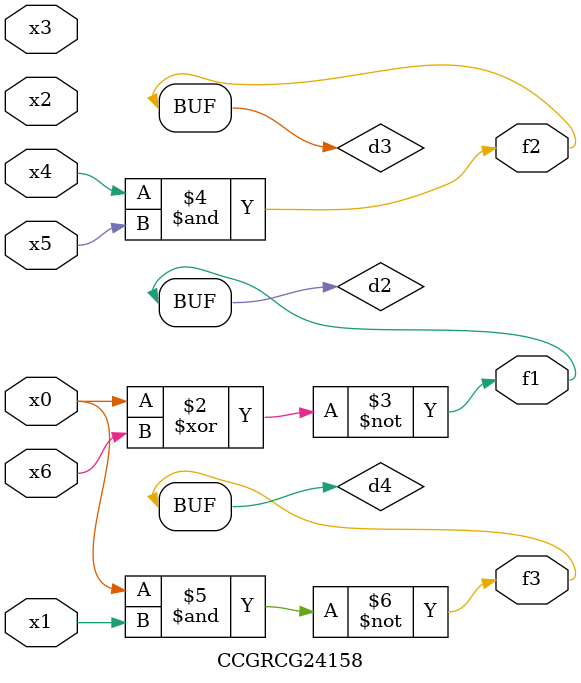
<source format=v>
module CCGRCG24158(
	input x0, x1, x2, x3, x4, x5, x6,
	output f1, f2, f3
);

	wire d1, d2, d3, d4;

	nor (d1, x0);
	xnor (d2, x0, x6);
	and (d3, x4, x5);
	nand (d4, x0, x1);
	assign f1 = d2;
	assign f2 = d3;
	assign f3 = d4;
endmodule

</source>
